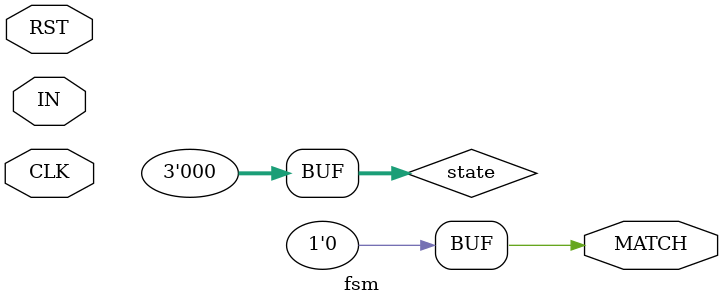
<source format=v>
module fsm(IN,MATCH,CLK,RST);
input IN,CLK,RST;
output reg MATCH;

reg [2:0] state;
parameter S0 = 3'b000,
          S1 = 3'b001,
          S2 = 3'b010,
          S3 = 3'b011,
          S4 = 3'b100;

always @(IN or CLK or RST) begin
    if (RST) begin
        state <= S0;
        MATCH <= 0;
    end
    else begin
        case (state)
            S0: begin
                if (IN) state <= S1;
                else state <= S0;
                MATCH <= 0;
            end
            S1: begin
                if (~IN) state <= S2;
                else state <= S1;
                MATCH <= 0;
            end
            S2: begin
                if (~IN) state <= S3;
                else state <= S1;
                MATCH <= 0;
            end
            S3: begin
                if (IN) state <= S4;
                else state <= S0;
                MATCH <= 0;
            end
            S4: begin
                if (IN) begin
                    state <= S1;
                    MATCH <= 1;
                end
                else begin
                    state <= S0;
                    MATCH <= 0;
                end
            end
            default: begin
                state <= S0;
                MATCH <= 0;
            end
        endcase
    end
end

endmodule
</source>
